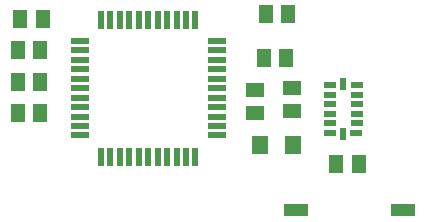
<source format=gtp>
G75*
%MOIN*%
%OFA0B0*%
%FSLAX25Y25*%
%IPPOS*%
%LPD*%
%AMOC8*
5,1,8,0,0,1.08239X$1,22.5*
%
%ADD10R,0.05118X0.05906*%
%ADD11R,0.05906X0.05118*%
%ADD12R,0.05512X0.06299*%
%ADD13R,0.01969X0.05906*%
%ADD14R,0.05906X0.01969*%
%ADD15R,0.04424X0.01969*%
%ADD16R,0.01969X0.04424*%
%ADD17R,0.07900X0.04300*%
D10*
X0039122Y0050968D03*
X0046602Y0050968D03*
X0046594Y0061187D03*
X0039114Y0061187D03*
X0039114Y0072111D03*
X0046594Y0072111D03*
X0047396Y0082430D03*
X0039915Y0082430D03*
X0121812Y0084130D03*
X0129293Y0084130D03*
X0128585Y0069306D03*
X0121104Y0069306D03*
X0145261Y0034040D03*
X0152741Y0034040D03*
D11*
X0130649Y0051715D03*
X0130649Y0059196D03*
X0118039Y0058533D03*
X0118039Y0051052D03*
D12*
X0119770Y0040399D03*
X0130793Y0040399D03*
D13*
X0066834Y0036393D03*
X0069984Y0036393D03*
X0073133Y0036393D03*
X0076283Y0036393D03*
X0079432Y0036393D03*
X0082582Y0036393D03*
X0085732Y0036393D03*
X0088881Y0036393D03*
X0092031Y0036393D03*
X0095180Y0036393D03*
X0098330Y0036393D03*
X0098330Y0082062D03*
X0095180Y0082062D03*
X0092031Y0082062D03*
X0088881Y0082062D03*
X0085732Y0082062D03*
X0082582Y0082062D03*
X0079432Y0082062D03*
X0076283Y0082062D03*
X0073133Y0082062D03*
X0069984Y0082062D03*
X0066834Y0082062D03*
D14*
X0059747Y0074976D03*
X0059747Y0071826D03*
X0059747Y0068677D03*
X0059747Y0065527D03*
X0059747Y0062377D03*
X0059747Y0059228D03*
X0059747Y0056078D03*
X0059747Y0052929D03*
X0059747Y0049779D03*
X0059747Y0046629D03*
X0059747Y0043480D03*
X0105417Y0043480D03*
X0105417Y0046629D03*
X0105417Y0049779D03*
X0105417Y0052929D03*
X0105417Y0056078D03*
X0105417Y0059228D03*
X0105417Y0062377D03*
X0105417Y0065527D03*
X0105417Y0068677D03*
X0105417Y0071826D03*
X0105417Y0074976D03*
D15*
X0143060Y0060195D03*
X0143060Y0057045D03*
X0143060Y0053895D03*
X0143060Y0050746D03*
X0143060Y0047596D03*
X0143060Y0044447D03*
X0151991Y0044447D03*
X0152021Y0047596D03*
X0152021Y0050746D03*
X0152021Y0053895D03*
X0152021Y0057045D03*
X0152021Y0060195D03*
D16*
X0147540Y0060588D03*
X0147540Y0044053D03*
D17*
X0131988Y0018551D03*
X0167388Y0018551D03*
M02*

</source>
